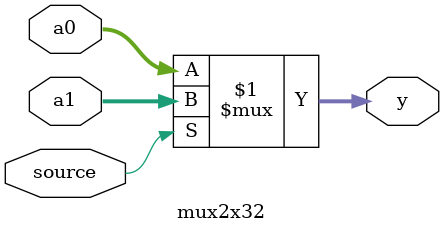
<source format=v>
module mux2x32 (source, a0, a1,
				y);

   input        source;
   input [31:0] a0,a1;
      
   output [31:0] y;
   
   assign y = source ? a1 : a0;
   
endmodule
</source>
